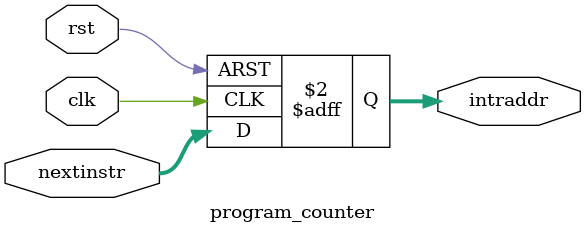
<source format=v>
`timescale 1ns / 1ps


module program_counter(input [31:0] nextinstr, input clk, input rst, output reg [31:0] intraddr);

    always @(posedge clk or posedge rst) begin
        if(rst) begin
            intraddr <= -32'd4;
        end else begin
            intraddr <= nextinstr;
        end
    end
endmodule
</source>
